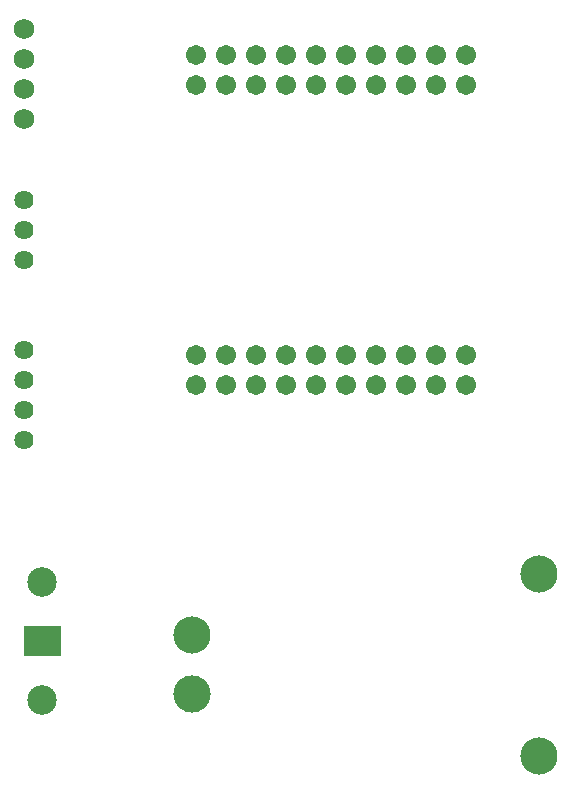
<source format=gbs>
G04 Layer: BottomSolderMaskLayer*
G04 EasyEDA v6.5.9, 2022-08-04 20:05:31*
G04 f7d3399ff3ef42be8c4f0a230c2b0d44,4bb84c5f6c124816bf94f4484d05adb3,10*
G04 Gerber Generator version 0.2*
G04 Scale: 100 percent, Rotated: No, Reflected: No *
G04 Dimensions in millimeters *
G04 leading zeros omitted , absolute positions ,4 integer and 5 decimal *
%FSLAX45Y45*%
%MOMM*%

%ADD10C,2.5016*%
%ADD11C,1.7112*%
%ADD12C,3.1496*%
%ADD13C,3.1516*%
%ADD14C,1.6256*%
%ADD15C,1.7272*%

%LPD*%
G36*
X1011301Y4649421D02*
G01*
X1009777Y4649675D01*
X1008253Y4650437D01*
X1007237Y4651453D01*
X1006475Y4652977D01*
X1006220Y4654501D01*
X1006347Y4654550D01*
X1006347Y4894579D01*
X1006220Y4894501D01*
X1006475Y4896025D01*
X1007237Y4897549D01*
X1008253Y4898565D01*
X1009777Y4899327D01*
X1011301Y4899581D01*
X1011428Y4899660D01*
X1311402Y4899660D01*
X1311300Y4899581D01*
X1312824Y4899327D01*
X1314348Y4898565D01*
X1315364Y4897549D01*
X1316126Y4896025D01*
X1316380Y4894501D01*
X1316481Y4894579D01*
X1316481Y4654550D01*
X1316380Y4654501D01*
X1316126Y4652977D01*
X1315364Y4651453D01*
X1314348Y4650437D01*
X1312824Y4649675D01*
X1311300Y4649421D01*
X1311402Y4649470D01*
X1011428Y4649470D01*
G37*
D10*
G01*
X1161313Y5274513D03*
G01*
X1161313Y4274489D03*
D11*
G01*
X2463800Y9740900D03*
G01*
X2463800Y9486900D03*
G01*
X2717800Y9740900D03*
G01*
X2717800Y9486900D03*
G01*
X2971800Y9740900D03*
G01*
X2971800Y9486900D03*
G01*
X3225800Y9740900D03*
G01*
X3225800Y9486900D03*
G01*
X3479800Y9740900D03*
G01*
X3479800Y9486900D03*
G01*
X3733800Y9740900D03*
G01*
X3733800Y9486900D03*
G01*
X3987800Y9740900D03*
G01*
X3987800Y9486900D03*
G01*
X4241800Y9740900D03*
G01*
X4241800Y9486900D03*
G01*
X4495800Y9740900D03*
G01*
X4495800Y9486900D03*
G01*
X4749800Y9740900D03*
G01*
X4749800Y9486900D03*
G01*
X2463800Y6946900D03*
G01*
X2463800Y7200900D03*
G01*
X2717800Y7200900D03*
G01*
X2971800Y7200900D03*
G01*
X3225800Y7200900D03*
G01*
X3479800Y7200900D03*
G01*
X3733800Y7200900D03*
G01*
X3987800Y7200900D03*
G01*
X4241800Y7200900D03*
G01*
X4495800Y7200900D03*
G01*
X4749800Y7200900D03*
G01*
X4749800Y6946900D03*
G01*
X4495800Y6946900D03*
G01*
X4241800Y6946900D03*
G01*
X3987800Y6946900D03*
G01*
X3733800Y6946900D03*
G01*
X3479800Y6946900D03*
G01*
X3225800Y6946900D03*
G01*
X2971800Y6946900D03*
G01*
X2717800Y6946900D03*
D12*
G01*
X5366258Y5345937D03*
G01*
X5366258Y3805936D03*
G01*
X2426208Y4825745D03*
D13*
G01*
X2426208Y4325873D03*
D14*
G01*
X1003300Y8509000D03*
G01*
X1003300Y8255000D03*
G01*
X1003300Y8001000D03*
D15*
G01*
X1003300Y9956800D03*
G01*
X1003300Y9702800D03*
G01*
X1003300Y9448800D03*
G01*
X1003300Y9194800D03*
D14*
G01*
X1003300Y7239000D03*
G01*
X1003300Y6985000D03*
G01*
X1003300Y6731000D03*
G01*
X1003300Y6477000D03*
M02*

</source>
